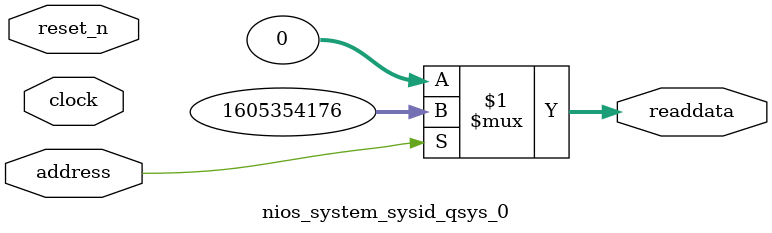
<source format=v>



// synthesis translate_off
`timescale 1ns / 1ps
// synthesis translate_on

// turn off superfluous verilog processor warnings 
// altera message_level Level1 
// altera message_off 10034 10035 10036 10037 10230 10240 10030 

module nios_system_sysid_qsys_0 (
               // inputs:
                address,
                clock,
                reset_n,

               // outputs:
                readdata
             )
;

  output  [ 31: 0] readdata;
  input            address;
  input            clock;
  input            reset_n;

  wire    [ 31: 0] readdata;
  //control_slave, which is an e_avalon_slave
  assign readdata = address ? 1605354176 : 0;

endmodule



</source>
